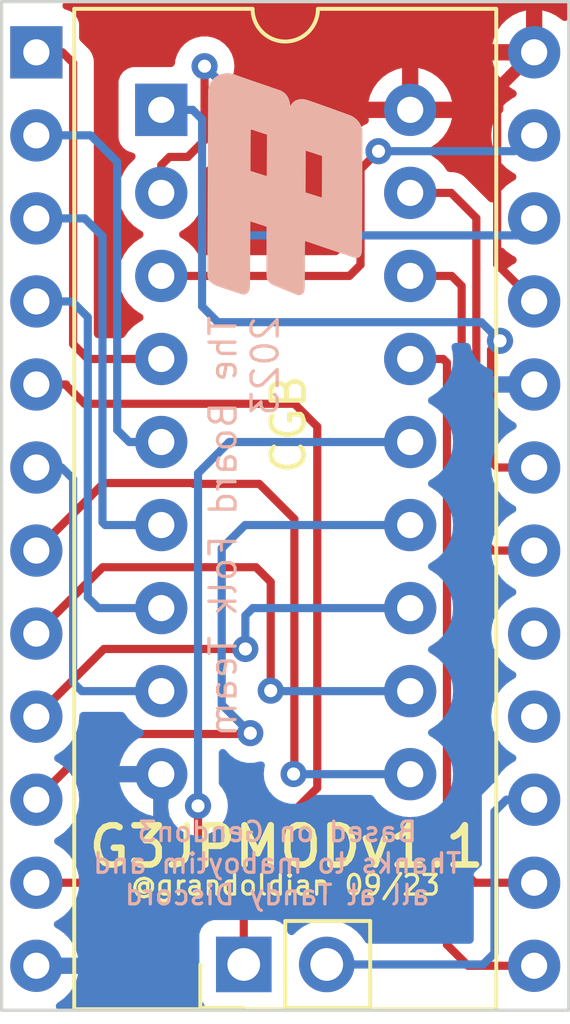
<source format=kicad_pcb>
(kicad_pcb (version 20221018) (generator pcbnew)
  (layers (0 "F.Cu" signal) (31 "B.Cu" signal) (34 "B.Paste" user) (35 "F.Paste" user) (36 "B.SilkS" user "B.Silkscreen") (37 "F.SilkS" user "F.Silkscreen") (38 "B.Mask" user) (39 "F.Mask" user) (44 "Edge.Cuts" user))
  (net 0 "")
  (net 1 "/I6")
  (net 2 "RS2")
  (net 3 "/I5")
  (net 4 "RS1")
  (net 5 "/I4")
  (net 6 "/O0")
  (net 7 "/I3")
  (net 8 "/O1")
  (net 9 "/I2")
  (net 10 "/O2")
  (net 11 "/I1")
  (net 12 "/O3")
  (net 13 "/I0")
  (net 14 "/O4")
  (net 15 "RS3")
  (net 16 "CSA")
  (net 17 "GND")
  (net 18 "+5V")
  (net 21 "Z12p11")
  (net 22 "Z10p14")
  (footprint "TRS80ICHARMAP:CHARPLUG" (layer "F.Cu") (at 111.8 58.485)
    (fp_text reference "J1" hide)
    (fp_text value "CGB" (at 3.9 9.62 90) (layer "F.SilkS"))
    (pad "1" thru_hole rect (at 0 0) (size 1.6 1.6) (drill 0.8) (layers "*.Cu" "*.Mask") (net 1 "/I6"))
    (pad "2" thru_hole oval (at 0 2.54) (size 1.6 1.6) (drill 0.8) (layers "*.Cu" "*.Mask") (net 3 "/I5"))
    (pad "3" thru_hole oval (at 0 5.08) (size 1.6 1.6) (drill 0.8) (layers "*.Cu" "*.Mask") (net 5 "/I4"))
    (pad "4" thru_hole oval (at 0 7.62) (size 1.6 1.6) (drill 0.8) (layers "*.Cu" "*.Mask") (net 7 "/I3"))
    (pad "5" thru_hole oval (at 0 10.16) (size 1.6 1.6) (drill 0.8) (layers "*.Cu" "*.Mask") (net 9 "/I2"))
    (pad "6" thru_hole oval (at 0 12.7) (size 1.6 1.6) (drill 0.8) (layers "*.Cu" "*.Mask") (net 11 "/I1"))
    (pad "7" thru_hole oval (at 0 15.24) (size 1.6 1.6) (drill 0.8) (layers "*.Cu" "*.Mask") (net 13 "/I0"))
    (pad "8" thru_hole oval (at 0 17.78) (size 1.6 1.6) (drill 0.8) (layers "*.Cu" "*.Mask") (net 15 "RS3"))
    (pad "9" thru_hole oval (at 0 20.32) (size 1.6 1.6) (drill 0.8) (layers "*.Cu" "*.Mask") (net 17 "GND"))
    (pad "10" thru_hole oval (at 7.62 20.32) (size 1.6 1.6) (drill 0.8) (layers "*.Cu" "*.Mask") (net 2 "RS2"))
    (pad "11" thru_hole oval (at 7.62 17.78) (size 1.6 1.6) (drill 0.8) (layers "*.Cu" "*.Mask") (net 4 "RS1"))
    (pad "12" thru_hole oval (at 7.62 15.24) (size 1.6 1.6) (drill 0.8) (layers "*.Cu" "*.Mask") (net 6 "/O0"))
    (pad "13" thru_hole oval (at 7.62 12.7) (size 1.6 1.6) (drill 0.8) (layers "*.Cu" "*.Mask") (net 8 "/O1"))
    (pad "14" thru_hole oval (at 7.62 10.16) (size 1.6 1.6) (drill 0.8) (layers "*.Cu" "*.Mask") (net 10 "/O2"))
    (pad "15" thru_hole oval (at 7.62 7.62) (size 1.6 1.6) (drill 0.8) (layers "*.Cu" "*.Mask") (net 12 "/O3"))
    (pad "16" thru_hole oval (at 7.62 5.08) (size 1.6 1.6) (drill 0.8) (layers "*.Cu" "*.Mask") (net 14 "/O4"))
    (pad "17" thru_hole oval (at 7.62 2.54) (size 1.6 1.6) (drill 0.8) (layers "*.Cu" "*.Mask") (net 16 "CSA"))
    (pad "18" thru_hole oval (at 7.62 0) (size 1.6 1.6) (drill 0.8) (layers "*.Cu" "*.Mask") (net 18 "+5V"))
  )
  (footprint "Connector_PinHeader_2.54mm:PinHeader_1x02_P2.54mm_Vertical" (layer "F.Cu") (at 114.325 84.625 90)
    (fp_text reference "J2" hide)
    (fp_text value "CONN" hide)
    (fp_line (start -1.33 -1.33) (end 0 -1.33) (stroke (width 0.12)) (layer "F.SilkS"))
    (fp_line (start -1.33 0) (end -1.33 -1.33) (stroke (width 0.12)) (layer "F.SilkS"))
    (fp_line (start -1.33 1.27) (end -1.33 3.87) (stroke (width 0.12)) (layer "F.SilkS"))
    (fp_line (start -1.33 1.27) (end 1.33 1.27) (stroke (width 0.12)) (layer "F.SilkS"))
    (fp_line (start -1.33 3.87) (end 1.33 3.87) (stroke (width 0.12)) (layer "F.SilkS"))
    (fp_line (start 1.33 1.27) (end 1.33 3.87) (stroke (width 0.12)) (layer "F.SilkS"))
    (pad "1" thru_hole rect (at 0 0 90) (size 1.7 1.7) (drill 1) (layers "*.Cu" "*.Mask") (net 21 "Z12p11"))
    (pad "2" thru_hole oval (at 0 2.54 90) (size 1.7 1.7) (drill 1) (layers "*.Cu" "*.Mask") (net 22 "Z10p14"))
  )
  (footprint "Package_DIP:DIP-24_W15.24mm" (layer "F.Cu") (at 107.975 56.725)
    (fp_text reference "U1" hide)
    (fp_text value "2332" hide)
    (fp_line (start 1.16 -1.33) (end 1.16 29.27) (stroke (width 0.12)) (layer "F.SilkS"))
    (fp_line (start 1.16 29.27) (end 14.08 29.27) (stroke (width 0.12)) (layer "F.SilkS"))
    (fp_line (start 6.62 -1.33) (end 1.16 -1.33) (stroke (width 0.12)) (layer "F.SilkS"))
    (fp_line (start 14.08 -1.33) (end 8.62 -1.33) (stroke (width 0.12)) (layer "F.SilkS"))
    (fp_line (start 14.08 29.27) (end 14.08 -1.33) (stroke (width 0.12)) (layer "F.SilkS"))
    (fp_arc (start 8.62 -1.33) (mid 7.62 -0.33) (end 6.62 -1.33) (stroke (width 0.12)) (layer "F.SilkS"))
    (pad "1" thru_hole rect (at 0 0) (size 1.6 1.6) (drill 0.8) (layers "*.Cu" "*.Mask") (net 7 "/I3"))
    (pad "2" thru_hole oval (at 0 2.54) (size 1.6 1.6) (drill 0.8) (layers "*.Cu" "*.Mask") (net 9 "/I2"))
    (pad "3" thru_hole oval (at 0 5.08) (size 1.6 1.6) (drill 0.8) (layers "*.Cu" "*.Mask") (net 11 "/I1"))
    (pad "4" thru_hole oval (at 0 7.62) (size 1.6 1.6) (drill 0.8) (layers "*.Cu" "*.Mask") (net 13 "/I0"))
    (pad "5" thru_hole oval (at 0 10.16) (size 1.6 1.6) (drill 0.8) (layers "*.Cu" "*.Mask") (net 21 "Z12p11"))
    (pad "6" thru_hole oval (at 0 12.7) (size 1.6 1.6) (drill 0.8) (layers "*.Cu" "*.Mask") (net 15 "RS3"))
    (pad "7" thru_hole oval (at 0 15.24) (size 1.6 1.6) (drill 0.8) (layers "*.Cu" "*.Mask") (net 2 "RS2"))
    (pad "8" thru_hole oval (at 0 17.78) (size 1.6 1.6) (drill 0.8) (layers "*.Cu" "*.Mask") (net 4 "RS1"))
    (pad "9" thru_hole oval (at 0 20.32) (size 1.6 1.6) (drill 0.8) (layers "*.Cu" "*.Mask") (net 6 "/O0"))
    (pad "10" thru_hole oval (at 0 22.86) (size 1.6 1.6) (drill 0.8) (layers "*.Cu" "*.Mask") (net 8 "/O1"))
    (pad "11" thru_hole oval (at 0 25.4) (size 1.6 1.6) (drill 0.8) (layers "*.Cu" "*.Mask") (net 10 "/O2"))
    (pad "12" thru_hole oval (at 0 27.94) (size 1.6 1.6) (drill 0.8) (layers "*.Cu" "*.Mask") (net 17 "GND"))
    (pad "13" thru_hole oval (at 15.24 27.94) (size 1.6 1.6) (drill 0.8) (layers "*.Cu" "*.Mask") (net 12 "/O3"))
    (pad "14" thru_hole oval (at 15.24 25.4) (size 1.6 1.6) (drill 0.8) (layers "*.Cu" "*.Mask") (net 14 "/O4"))
    (pad "15" thru_hole oval (at 15.24 22.86) (size 1.6 1.6) (drill 0.8) (layers "*.Cu" "*.Mask") (net 22 "Z10p14"))
    (pad "16" thru_hole oval (at 15.24 20.32) (size 1.6 1.6) (drill 0.8) (layers "*.Cu" "*.Mask"))
    (pad "17" thru_hole oval (at 15.24 17.78) (size 1.6 1.6) (drill 0.8) (layers "*.Cu" "*.Mask"))
    (pad "18" thru_hole oval (at 15.24 15.24) (size 1.6 1.6) (drill 0.8) (layers "*.Cu" "*.Mask") (net 16 "CSA"))
    (pad "19" thru_hole oval (at 15.24 12.7) (size 1.6 1.6) (drill 0.8) (layers "*.Cu" "*.Mask") (net 1 "/I6"))
    (pad "20" thru_hole oval (at 15.24 10.16) (size 1.6 1.6) (drill 0.8) (layers "*.Cu" "*.Mask") (net 17 "GND"))
    (pad "21" thru_hole oval (at 15.24 7.62) (size 1.6 1.6) (drill 0.8) (layers "*.Cu" "*.Mask") (net 18 "+5V"))
    (pad "22" thru_hole oval (at 15.24 5.08) (size 1.6 1.6) (drill 0.8) (layers "*.Cu" "*.Mask") (net 3 "/I5"))
    (pad "23" thru_hole oval (at 15.24 2.54) (size 1.6 1.6) (drill 0.8) (layers "*.Cu" "*.Mask") (net 5 "/I4"))
    (pad "24" thru_hole oval (at 15.24 0) (size 1.6 1.6) (drill 0.8) (layers "*.Cu" "*.Mask") (net 18 "+5V"))
  )
  (footprint "TRSG3Mod:BF8" (layer "B.Cu") (at 115.65 60.825 -90)
    (fp_text reference "G1" hide)
    (fp_text value "LOGO8" hide)
    (fp_poly (pts (xy 2.622071 2.438533) (xy 2.632556 2.438488) (xy 2.670253 2.438158) (xy 2.700788 2.437831) (xy 2.725118 2.437439) (xy 2.7442 2.436916) (xy 2.75899 2.436196) (xy 2.770446 2.435212) (xy 2.779523 2.433897) (xy 2.787179 2.432185) (xy 2.794371 2.43001) (xy 2.802054 2.427304) (xy 2.804124 2.426551) (xy 2.832889 2.415006) (xy 2.85695 2.402533) (xy 2.879114 2.387384) (xy 2.902193 2.367808) (xy 2.909804 2.360726) (xy 2.946891 2.323161) (xy 2.977253 2.286645) (xy 3.0019 2.249758) (xy 3.021842 2.211082) (xy 3.029789 2.192105) (xy 3.035856 2.17667) (xy 3.041463 2.162514) (xy 3.045058 2.15354) (xy 3.048672 2.144542) (xy 3.050656 2.139428) (xy 3.05069 2.139332) (xy 3.05275 2.134259) (xy 3.054073 2.131213) (xy 3.055783 2.126458) (xy 3.059877 2.114628) (xy 3.066146 2.096342) (xy 3.074379 2.07222) (xy 3.084365 2.04288) (xy 3.095894 2.00894) (xy 3.108756 1.97102) (xy 3.12274 1.929737) (xy 3.137636 1.885712) (xy 3.152074 1.842992) (xy 3.168488 1.794422) (xy 3.184829 1.7461) (xy 3.200804 1.698889) (xy 3.216121 1.653654) (xy 3.230487 1.611258) (xy 3.243608 1.572566) (xy 3.255193 1.538441) (xy 3.264948 1.509749) (xy 3.272581 1.487351) (xy 3.276104 1.477048) (xy 3.289798 1.435563) (xy 3.300115 1.400309) (xy 3.307136 1.370173) (xy 3.310948 1.344042) (xy 3.311632 1.320805) (xy 3.309273 1.299348) (xy 3.303955 1.278558) (xy 3.295761 1.257323) (xy 3.293083 1.251405) (xy 3.281205 1.232309) (xy 3.263485 1.212122) (xy 3.24172 1.192503) (xy 3.217708 1.175112) (xy 3.198578 1.164161) (xy 3.188396 1.159036) (xy 3.179282 1.154562) (xy 3.170632 1.150687) (xy 3.161845 1.147362) (xy 3.152316 1.144537) (xy 3.141444 1.142162) (xy 3.128627 1.140185) (xy 3.11326 1.138558) (xy 3.094743 1.137231) (xy 3.072472 1.136152) (xy 3.045844 1.135272) (xy 3.014257 1.134541) (xy 2.977109 1.133909) (xy 2.933797 1.133325) (xy 2.883717 1.13274) (xy 2.826268 1.132102) (xy 2.811172 1.131935) (xy 2.772576 1.131538) (xy 2.726541 1.131123) (xy 2.673746 1.130694) (xy 2.61487 1.130256) (xy 2.550594 1.129811) (xy 2.481597 1.129364) (xy 2.408559 1.128919) (xy 2.332158 1.128479) (xy 2.253074 1.12805) (xy 2.171988 1.127633) (xy 2.089578 1.127235) (xy 2.006524 1.126858) (xy 1.923505 1.126506) (xy 1.841202 1.126184) (xy 1.785063 1.12598) (xy 1.689392 1.125631) (xy 1.601609 1.12528) (xy 1.521481 1.124925) (xy 1.448776 1.124563) (xy 1.383264 1.124193) (xy 1.324712 1.123811) (xy 1.272889 1.123417) (xy 1.227562 1.123006) (xy 1.188501 1.122578) (xy 1.155474 1.12213) (xy 1.128248 1.121659) (xy 1.106592 1.121163) (xy 1.090275 1.12064) (xy 1.079064 1.120088) (xy 1.072729 1.119504) (xy 1.071029 1.118894) (xy 1.072892 1.114327) (xy 1.077056 1.102711) (xy 1.083296 1.084714) (xy 1.091386 1.061002) (xy 1.101101 1.032242) (xy 1.112217 0.999102) (xy 1.124508 0.962248) (xy 1.137749 0.922348) (xy 1.151715 0.880068) (xy 1.154635 0.871203) (xy 1.234685 0.628085) (xy 2.00872 0.629665) (xy 2.101898 0.629854) (xy 2.187308 0.63002) (xy 2.265301 0.630163) (xy 2.336228 0.630278) (xy 2.400442 0.630363) (xy 2.458292 0.630416) (xy 2.510129 0.630434) (xy 2.556306 0.630413) (xy 2.597173 0.630352) (xy 2.63308 0.630248) (xy 2.66438 0.630097) (xy 2.691424 0.629898) (xy 2.714561 0.629648) (xy 2.734145 0.629343) (xy 2.750525 0.628981) (xy 2.764053 0.628559) (xy 2.775079 0.628076) (xy 2.783956 0.627527) (xy 2.791034 0.62691) (xy 2.796664 0.626223) (xy 2.801198 0.625463) (xy 2.804986 0.624627) (xy 2.80838 0.623712) (xy 2.809142 0.62349) (xy 2.845994 0.609974) (xy 2.880701 0.591381) (xy 2.91486 0.566741) (xy 2.942474 0.542393) (xy 2.960498 0.522854) (xy 2.978546 0.498157) (xy 2.99692 0.467755) (xy 3.015919 0.431104) (xy 3.035846 0.387659) (xy 3.057 0.336873) (xy 3.060207 0.328816) (xy 3.069873 0.304597) (xy 3.079294 0.28134) (xy 3.087764 0.260755) (xy 3.094583 0.244554) (xy 3.098581 0.235448) (xy 3.104472 0.22208) (xy 3.112152 0.203914) (xy 3.120464 0.183718) (xy 3.125781 0.170497) (xy 3.132965 0.152906) (xy 3.139446 0.137879) (xy 3.144443 0.127174) (xy 3.146935 0.122799) (xy 3.149256 0.118459) (xy 3.14851 0.117724) (xy 3.148429 0.114843) (xy 3.151675 0.10859) (xy 3.154648 0.102517) (xy 3.160245 0.089748) (xy 3.168122 0.071145) (xy 3.177931 0.047569) (xy 3.189328 0.019881) (xy 3.201966 -0.011059) (xy 3.215499 -0.044389) (xy 3.229582 -0.079248) (xy 3.243869 -0.114776) (xy 3.258013 -0.150112) (xy 3.27167 -0.184394) (xy 3.284493 -0.216762) (xy 3.296136 -0.246354) (xy 3.306253 -0.272311) (xy 3.314499 -0.293771) (xy 3.320528 -0.309872) (xy 3.323994 -0.319755) (xy 3.324616 -0.321903) (xy 3.32825 -0.346646) (xy 3.328882 -0.373926) (xy 3.326665 -0.400721) (xy 3.321751 -0.424008) (xy 3.319088 -0.431605) (xy 3.302792 -0.461006) (xy 3.279662 -0.48653) (xy 3.250185 -0.507807) (xy 3.214849 -0.524466) (xy 3.184641 -0.533744) (xy 3.174687 -0.535464) (xy 3.15918 -0.537059) (xy 3.137945 -0.53853) (xy 3.11081 -0.539881) (xy 3.0776 -0.541114) (xy 3.038141 -0.542233) (xy 2.99226 -0.543238) (xy 2.939783 -0.544134) (xy 2.880536 -0.544924) (xy 2.814346 -0.545609) (xy 2.741038 -0.546192) (xy 2.660439 -0.546676) (xy 2.572374 -0.547065) (xy 2.476671 -0.54736) (xy 2.373156 -0.547564) (xy 2.289172 -0.54766) (xy 2.227732 -0.547735) (xy 2.16721 -0.547855) (xy 2.108267 -0.548016) (xy 2.051562 -0.548216) (xy 1.997757 -0.548449) (xy 1.947512 -0.548713) (xy 1.901487 -0.549004) (xy 1.860344 -0.549317) (xy 1.824743 -0.549649) (xy 1.795344 -0.549996) (xy 1.772808 -0.550355) (xy 1.758927 -0.550685) (xy 1.673553 -0.553344) (xy 1.725785 -0.710018) (xy 1.737197 -0.744203) (xy 1.747881 -0.776112) (xy 1.757549 -0.804894) (xy 1.765913 -0.829697) (xy 1.772687 -0.849671) (xy 1.777583 -0.863964) (xy 1.780314 -0.871726) (xy 1.780723 -0.872782) (xy 1.78362 -0.879921) (xy 1.784287 -0.881916) (xy 1.78616 -0.88699) (xy 1.788016 -0.892412) (xy 1.788189 -0.89308) (xy 1.790074 -0.899812) (xy 1.790192 -0.900184) (xy 1.7907 -0.906273) (xy 1.793348 -0.909168) (xy 1.794713 -0.909317) (xy 1.797427 -0.91227) (xy 1.79687 -0.915407) (xy 1.796989 -0.920623) (xy 1.7989 -0.921496) (xy 1.80156 -0.924432) (xy 1.80103 -0.927323) (xy 1.800765 -0.93314) (xy 1.802013 -0.934427) (xy 1.803835 -0.938401) (xy 1.807984 -0.949419) (xy 1.814231 -0.96682) (xy 1.822347 -0.989941) (xy 1.832103 -1.018122) (xy 1.84327 -1.050699) (xy 1.855619 -1.087012) (xy 1.868921 -1.126399) (xy 1.882948 -1.168197) (xy 1.884615 -1.173182) (xy 1.908481 -1.244561) (xy 1.931779 -1.314204) (xy 1.954371 -1.381705) (xy 1.976123 -1.446657) (xy 1.996896 -1.508656) (xy 2.016556 -1.567295) (xy 2.034965 -1.622168) (xy 2.051987 -1.672868) (xy 2.067487 -1.71899) (xy 2.081326 -1.760128) (xy 2.09337 -1.795876) (xy 2.103481 -1.825827) (xy 2.111524 -1.849576) (xy 2.117362 -1.866716) (xy 2.120858 -1.876842) (xy 2.121835 -1.879527) (xy 2.124512 -1.886031) (xy 2.125124 -1.887646) (xy 2.127036 -1.892795) (xy 2.128173 -1.895765) (xy 2.130828 -1.903158) (xy 2.134791 -1.914714) (xy 2.136605 -1.920121) (xy 2.141072 -1.933236) (xy 2.147039 -1.950376) (xy 2.153249 -1.96793) (xy 2.153514 -1.968673) (xy 2.167467 -2.013692) (xy 2.177703 -2.059472) (xy 2.183713 -2.103393) (xy 2.185134 -2.131708) (xy 2.185086 -2.151779) (xy 2.184334 -2.166106) (xy 2.182489 -2.177061) (xy 2.179157 -2.187012) (xy 2.174219 -2.197778) (xy 2.166432 -2.212301) (xy 2.158156 -2.225625) (xy 2.153125 -2.232453) (xy 2.138048 -2.245868) (xy 2.116187 -2.258928) (xy 2.088869 -2.270937) (xy 2.063701 -2.279401) (xy 2.054787 -2.281981) (xy 2.046528 -2.284126) (xy 2.038056 -2.285895) (xy 2.028505 -2.287347) (xy 2.017008 -2.28854) (xy 2.002698 -2.289533) (xy 1.984709 -2.290384) (xy 1.962173 -2.291153) (xy 1.934225 -2.291898) (xy 1.899996 -2.292678) (xy 1.858621 -2.293551) (xy 1.853141 -2.293665) (xy 1.834993 -2.293969) (xy 1.809089 -2.294294) (xy 1.775794 -2.294638) (xy 1.735469 -2.294998) (xy 1.688479 -2.295373) (xy 1.635187 -2.29576) (xy 1.575956 -2.296159) (xy 1.511149 -2.296566) (xy 1.44113 -2.29698) (xy 1.366262 -2.297399) (xy 1.286908 -2.29782) (xy 1.203432 -2.298243) (xy 1.116197 -2.298665) (xy 1.025566 -2.299083) (xy 0.931903 -2.299497) (xy 0.835571 -2.299904) (xy 0.736933 -2.300302) (xy 0.636353 -2.300689) (xy 0.534193 -2.301063) (xy 0.430818 -2.301423) (xy 0.393767 -2.301547) (xy 0.287153 -2.301902) (xy 0.18021 -2.302262) (xy 0.073382 -2.302624) (xy -0.032884 -2.302986) (xy -0.138143 -2.303348) (xy -0.241947 -2.303708) (xy -0.343851 -2.304064) (xy -0.44341 -2.304414) (xy -0.540176 -2.304758) (xy -0.633705 -2.305092) (xy -0.723549 -2.305417) (xy -0.809264 -2.305729) (xy -0.890402 -2.306028) (xy -0.966519 -2.306312) (xy -1.037167 -2.306579) (xy -1.101901 -2.306828) (xy -1.160275 -2.307057) (xy -1.211843 -2.307264) (xy -1.256158 -2.307448) (xy -1.290906 -2.307599) (xy -1.350377 -2.307827) (xy -1.407391 -2.30797) (xy -1.461393 -2.30803) (xy -1.51183 -2.308011) (xy -1.558145 -2.307914) (xy -1.599786 -2.307742) (xy -1.636196 -2.307497) (xy -1.666822 -2.307181) (xy -1.691109 -2.306798) (xy -1.708502 -2.30635) (xy -1.718447 -2.305838) (xy -1.719531 -2.305724) (xy -1.765838 -2.296833) (xy -1.814567 -2.28208) (xy -1.863657 -2.262372) (xy -1.911048 -2.238618) (xy -1.954677 -2.211722) (xy -1.985073 -2.188897) (xy -2.02736 -2.151216) (xy -2.06473 -2.111787) (xy -2.099618 -2.06795) (xy -2.112653 -2.049697) (xy -2.125746 -2.030412) (xy -2.137194 -2.012326) (xy -2.147543 -1.994262) (xy -2.157339 -1.975047) (xy -2.167129 -1.953503) (xy -2.177459 -1.928456) (xy -2.188875 -1.89873) (xy -2.201923 -1.863149) (xy -2.21061 -1.838932) (xy -2.222852 -1.804603) (xy -2.236639 -1.765929) (xy -2.250966 -1.725727) (xy -2.26483 -1.686814) (xy -2.277227 -1.652008) (xy -2.28005 -1.644079) (xy -2.28947 -1.617626) (xy -2.298035 -1.593579) (xy -2.305355 -1.573036) (xy -2.311037 -1.557098) (xy -2.314689 -1.546864) (xy -2.315871 -1.543564) (xy -2.317229 -1.538238) (xy -2.317151 -1.537475) (xy -2.318461 -1.533662) (xy -2.322192 -1.526354) (xy -2.326431 -1.518338) (xy -2.328303 -1.514176) (xy -2.330157 -1.509098) (xy -2.331427 -1.506057) (xy -2.332 -1.504643) (xy -2.33297 -1.502092) (xy -2.334465 -1.498041) (xy -2.336617 -1.492126) (xy -2.339552 -1.483984) (xy -2.343402 -1.473253) (xy -2.348295 -1.459569) (xy -2.35436 -1.442569) (xy -2.361726 -1.42189) (xy -2.370524 -1.397169) (xy -2.380881 -1.368043) (xy -2.392927 -1.334148) (xy -2.406792 -1.295122) (xy -2.422604 -1.250602) (xy -2.440494 -1.200223) (xy -2.460589 -1.143624) (xy -2.483019 -1.080441) (xy -2.507915 -1.010311) (xy -2.533677 -0.937734) (xy -2.550112 -0.891282) (xy -2.566017 -0.846043) (xy -2.581135 -0.802759) (xy -2.595213 -0.762174) (xy -2.607995 -0.725029) (xy -2.619227 -0.692068) (xy -2.628654 -0.664033) (xy -2.63602 -0.641667) (xy -2.641072 -0.625712) (xy -2.643012 -0.619067) (xy -2.650302 -0.591083) (xy -2.654294 -0.574451) (xy -1.08707 -0.574451) (xy -1.086364 -0.578559) (xy -1.08342 -0.589393) (xy -1.078551 -0.605968) (xy -1.072072 -0.627304) (xy -1.064296 -0.652417) (xy -1.055539 -0.680326) (xy -1.046114 -0.710048) (xy -1.036336 -0.740601) (xy -1.02652 -0.771003) (xy -1.016979 -0.800271) (xy -1.008028 -0.827424) (xy -0.999981 -0.851478) (xy -0.993152 -0.871451) (xy -0.987857 -0.886362) (xy -0.98446 -0.895109) (xy -0.98167 -0.902607) (xy -0.976947 -0.916491) (xy -0.970743 -0.935388) (xy -0.963506 -0.957924) (xy -0.955687 -0.982723) (xy -0.953892 -0.988477) (xy -0.928626 -1.069666) (xy -0.432852 -1.068437) (xy -0.366934 -1.068253) (xy -0.301213 -1.068028) (xy -0.23638 -1.067767) (xy -0.173128 -1.067475) (xy -0.112151 -1.067156) (xy -0.054142 -1.066815) (xy 0.000208 -1.066455) (xy 0.050204 -1.066082) (xy 0.095154 -1.0657) (xy 0.134366 -1.065313) (xy 0.167145 -1.064925) (xy 0.1928 -1.064542) (xy 0.20156 -1.064378) (xy 0.340198 -1.061547) (xy 0.262567 -0.814972) (xy 0.184937 -0.568398) (xy -0.450483 -0.570954) (xy -0.521654 -0.571246) (xy -0.5906 -0.571541) (xy -0.656885 -0.571835) (xy -0.720073 -0.572127) (xy -0.77973 -0.572415) (xy -0.835419 -0.572695) (xy -0.886705 -0.572965) (xy -0.933153 -0.573224) (xy -0.974328 -0.573468) (xy -1.009793 -0.573695) (xy -1.039114 -0.573904) (xy -1.061854 -0.57409) (xy -1.07758 -0.574253) (xy -1.085854 -0.57439) (xy -1.08707 -0.574451) (xy -2.654294 -0.574451) (xy -2.656415 -0.565615) (xy -2.661125 -0.543769) (xy -2.664205 -0.526656) (xy -2.665428 -0.515384) (xy -2.664969 -0.511391) (xy -2.665706 -0.506526) (xy -2.666995 -0.505443) (xy -2.668743 -0.500427) (xy -2.670084 -0.488648) (xy -2.670908 -0.471453) (xy -2.67112 -0.454984) (xy -2.669204 -0.413017) (xy -2.663732 -0.371831) (xy -2.655114 -0.333678) (xy -2.643764 -0.300813) (xy -2.64234 -0.297558) (xy -2.636451 -0.283667) (xy -2.632218 -0.272222) (xy -2.630528 -0.265631) (xy -2.630526 -0.265516) (xy -2.628208 -0.260361) (xy -2.626466 -0.259805) (xy -2.622817 -0.256538) (xy -2.622407 -0.254006) (xy -2.619795 -0.246196) (xy -2.617312 -0.242842) (xy -2.612544 -0.236897) (xy -2.604922 -0.226443) (xy -2.596086 -0.213734) (xy -2.596 -0.213608) (xy -2.576831 -0.189852) (xy -2.55188 -0.165636) (xy -2.52319 -0.142671) (xy -2.492803 -0.122665) (xy -2.476888 -0.113937) (xy -2.466998 -0.108527) (xy -2.461278 -0.104629) (xy -2.460653 -0.103568) (xy -2.464933 -0.102478) (xy -2.47586 -0.100369) (xy -2.492062 -0.09749) (xy -2.512164 -0.094085) (xy -2.527013 -0.091652) (xy -2.55107 -0.087499) (xy -2.57416 -0.083045) (xy -2.594259 -0.078713) (xy -2.609341 -0.074926) (xy -2.614288 -0.073397) (xy -2.631951 -0.06746) (xy -2.651086 -0.061306) (xy -2.658942 -0.058877) (xy -2.689338 -0.047268) (xy -2.722672 -0.030424) (xy -2.757 -0.009596) (xy -2.790374 0.013967) (xy -2.820847 0.039014) (xy -2.840089 0.057462) (xy -2.857824 0.077597) (xy -2.876732 0.102025) (xy -2.895228 0.128444) (xy -2.91173 0.154552) (xy -2.924654 0.178048) (xy -2.928147 0.18547) (xy -2.9321 0.195341) (xy -2.938204 0.211809) (xy -2.946068 0.233761) (xy -2.9553 0.260085) (xy -2.965509 0.289668) (xy -2.976304 0.321397) (xy -2.983832 0.343789) (xy -2.99433 0.375162) (xy -3.004033 0.404135) (xy -3.012635 0.429798) (xy -3.019829 0.451238) (xy -3.02531 0.467541) (xy -3.02877 0.477797) (xy -3.029883 0.481045) (xy -3.031512 0.488194) (xy -3.031548 0.48871) (xy -3.034672 0.494013) (xy -3.035761 0.494815) (xy -3.037647 0.498961) (xy -3.041906 0.510234) (xy -3.048337 0.528059) (xy -3.056744 0.551862) (xy -3.066925 0.581068) (xy -3.078684 0.615102) (xy -3.091821 0.65339) (xy -3.106136 0.695358) (xy -3.121432 0.740431) (xy -3.137509 0.788035) (xy -3.146225 0.813936) (xy -3.163323 0.864744) (xy -3.180229 0.914864) (xy -3.196686 0.963541) (xy -3.212436 1.010016) (xy -3.227222 1.053534) (xy -3.240786 1.093336) (xy -3.245304 1.106547) (xy -1.741792 1.106547) (xy -1.738108 1.100559) (xy -1.73768 1.09914) (xy -1.737618 1.098524) (xy -1.737561 1.097991) (xy -1.737309 1.09692) (xy -1.736661 1.094693) (xy -1.735418 1.090688) (xy -1.733379 1.084287) (xy -1.730345 1.074869) (xy -1.726115 1.061815) (xy -1.72049 1.044504) (xy -1.713268 1.022317) (xy -1.70425 0.994634) (xy -1.693236 0.960836) (xy -1.680026 0.920302) (xy -1.671155 0.89308) (xy -1.658272 0.853536) (xy -1.645717 0.814979) (xy -1.633802 0.77837) (xy -1.622841 0.744668) (xy -1.613144 0.714835) (xy -1.605025 0.68983) (xy -1.598795 0.670614) (xy -1.594766 0.658146) (xy -1.594737 0.658054) (xy -1.581157 0.615852) (xy -0.949912 0.618819) (xy -0.878979 0.619159) (xy -0.810273 0.619503) (xy -0.744231 0.619847) (xy -0.681291 0.620188) (xy -0.621888 0.620525) (xy -0.566459 0.620853) (xy -0.515442 0.62117) (xy -0.469274 0.621474) (xy -0.428391 0.621761) (xy -0.39323 0.622028) (xy -0.364228 0.622273) (xy -0.341822 0.622494) (xy -0.326449 0.622686) (xy -0.318545 0.622847) (xy -0.317532 0.622914) (xy -0.318446 0.626906) (xy -0.32156 0.637725) (xy -0.326598 0.654466) (xy -0.333281 0.676224) (xy -0.341333 0.702094) (xy -0.350476 0.731172) (xy -0.357548 0.753487) (xy -0.369757 0.791913) (xy -0.383289 0.834531) (xy -0.397387 0.878961) (xy -0.411296 0.922821) (xy -0.424262 0.963731) (xy -0.435528 0.99931) (xy -0.435633 0.99964) (xy -0.472568 1.11635) (xy -0.728493 1.116347) (xy -0.803348 1.116308) (xy -0.878271 1.116196) (xy -0.952828 1.116014) (xy -1.026581 1.115767) (xy -1.099095 1.115458) (xy -1.169933 1.115093) (xy -1.238659 1.114676) (xy -1.304836 1.11421) (xy -1.36803 1.1137) (xy -1.427803 1.11315) (xy -1.483719 1.112564) (xy -1.535342 1.111947) (xy -1.582236 1.111303) (xy -1.623966 1.110635) (xy -1.660093 1.109949) (xy -1.690183 1.109248) (xy -1.7138 1.108537) (xy -1.730506 1.10782) (xy -1.739866 1.107101) (xy -1.741792 1.106547) (xy -3.245304 1.106547) (xy -3.252869 1.128667) (xy -3.263216 1.15877) (xy -3.271567 1.182887) (xy -3.277666 1.200262) (xy -3.278867 1.203628) (xy -3.287788 1.228648) (xy -3.298592 1.259211) (xy -3.310532 1.293183) (xy -3.322857 1.328427) (xy -3.334818 1.362809) (xy -3.341491 1.382086) (xy -3.351215 1.409979) (xy -3.360277 1.435483) (xy -3.36829 1.457548) (xy -3.374867 1.475126) (xy -3.379624 1.487167) (xy -3.382172 1.492624) (xy -3.382235 1.492706) (xy -3.384493 1.497126) (xy -3.383554 1.497938) (xy -3.383189 1.500436) (xy -3.385584 1.504028) (xy -3.388418 1.508937) (xy -3.387614 1.510117) (xy -3.386919 1.51262) (xy -3.38846 1.515191) (xy -3.391401 1.521231) (xy -3.396241 1.533597) (xy -3.402493 1.550853) (xy -3.409672 1.571564) (xy -3.417294 1.594295) (xy -3.42487 1.617611) (xy -3.431917 1.640077) (xy -3.437948 1.660257) (xy -3.439999 1.667482) (xy -3.445518 1.690768) (xy -3.450837 1.719354) (xy -3.455585 1.750554) (xy -3.459388 1.78168) (xy -3.461874 1.810046) (xy -3.462677 1.830982) (xy -3.461874 1.849941) (xy -3.459631 1.87443) (xy -3.456275 1.902057) (xy -3.45213 1.930427) (xy -3.447522 1.957147) (xy -3.442778 1.979822) (xy -3.441996 1.983043) (xy -3.425622 2.035968) (xy -3.402939 2.089931) (xy -3.375033 2.142619) (xy -3.346334 2.187057) (xy -3.30778 2.234548) (xy -3.262871 2.277817) (xy -3.212502 2.316297) (xy -3.157569 2.349416) (xy -3.098968 2.376607) (xy -3.037593 2.397299) (xy -3.002043 2.405899) (xy -2.953252 2.416037) (xy -0.231389 2.427865) (xy -0.081978 2.428512) (xy 0.065812 2.429146) (xy 0.211755 2.429767) (xy 0.355628 2.430374) (xy 0.497205 2.430966) (xy 0.636262 2.431542) (xy 0.772573 2.432102) (xy 0.905916 2.432644) (xy 1.036063 2.433168) (xy 1.162791 2.433673) (xy 1.285876 2.434158) (xy 1.405091 2.434622) (xy 1.520214 2.435065) (xy 1.631017 2.435485) (xy 1.737279 2.435882) (xy 1.838772 2.436255) (xy 1.935273 2.436603) (xy 2.026557 2.436925) (xy 2.112399 2.437221) (xy 2.192574 2.437489) (xy 2.266858 2.437729) (xy 2.335025 2.43794) (xy 2.396852 2.438122) (xy 2.452114 2.438272) (xy 2.500585 2.438391) (xy 2.542041 2.438477) (xy 2.576257 2.43853) (xy 2.603009 2.438549)) (fill solid) (layer "B.SilkS"))
  )
  (gr_rect (start 106.9125 55.175) (end 124.275 86.025) (stroke (width 0.1)) (fill none) (layer "Edge.Cuts"))
  (gr_text "Based on Gendon3\nThanks to maboytim and\nall at Tandy Discord" (at 115.35 82.85) (layer "B.SilkS") (effects (font (size 0.6 0.6) (thickness 0.1)) (justify bottom mirror)))
  (gr_text "The Board Folk Team\n2023" (at 115.45 64.725 90) (layer "B.SilkS") (effects (font (size 0.8 0.8) (thickness 0.1)) (justify left bottom mirror)))
  (gr_text "G3JPMODv1.1" (at 109.475 81.725) (layer "F.SilkS") (effects (font (size 1.2 1.2) (thickness 0.2) bold) (justify left bottom)))
  (gr_text "@grandoldian 09/23" (at 115.6 82.55) (layer "F.SilkS") (effects (font (size 0.6 0.6) (thickness 0.1)) (justify bottom)))
  (segment (start 121.895 69.23637) (end 121.895 65.8245) (width 0.25) (layer "F.Cu") (net 1))
  (segment (start 121.895 65.8245) (end 122.1695 65.55) (width 0.25) (layer "F.Cu") (net 1))
  (segment (start 122.08363 69.425) (end 121.895 69.23637) (width 0.25) (layer "F.Cu") (net 1))
  (segment (start 123.215 69.425) (end 122.08363 69.425) (width 0.25) (layer "F.Cu") (net 1))
  (via (at 122.1695 65.55) (size 0.8) (drill 0.4) (layers "F.Cu" "B.Cu") (net 1))
  (segment (start 121.5995 64.98) (end 113.53 64.98) (width 0.25) (layer "B.Cu") (net 1))
  (segment (start 122.1695 65.55) (end 121.5995 64.98) (width 0.25) (layer "B.Cu") (net 1))
  (segment (start 112.76 58.485) (end 111.8 58.485) (width 0.25) (layer "B.Cu") (net 1))
  (segment (start 113.05 64.5) (end 113.05 58.775) (width 0.25) (layer "B.Cu") (net 1))
  (segment (start 113.53 64.98) (end 113.05 64.5) (width 0.25) (layer "B.Cu") (net 1))
  (segment (start 113.05 58.775) (end 112.76 58.485) (width 0.25) (layer "B.Cu") (net 1))
  (segment (start 112.761396 69.9) (end 112.786396 69.925) (width 0.25) (layer "F.Cu") (net 2))
  (segment (start 112.786396 69.925) (end 114.8 69.925) (width 0.25) (layer "F.Cu") (net 2))
  (segment (start 115.875 78.775) (end 115.85 78.8) (width 0.25) (layer "F.Cu") (net 2))
  (segment (start 110.04 69.9) (end 112.761396 69.9) (width 0.25) (layer "F.Cu") (net 2))
  (segment (start 114.8 69.925) (end 115.875 71) (width 0.25) (layer "F.Cu") (net 2))
  (segment (start 115.875 71) (end 115.875 78.775) (width 0.25) (layer "F.Cu") (net 2))
  (segment (start 107.975 71.965) (end 110.04 69.9) (width 0.25) (layer "F.Cu") (net 2))
  (via (at 115.85 78.8) (size 0.8) (drill 0.4) (layers "F.Cu" "B.Cu") (net 2))
  (segment (start 115.85 78.8) (end 115.855 78.805) (width 0.25) (layer "B.Cu") (net 2))
  (segment (start 115.855 78.805) (end 119.42 78.805) (width 0.25) (layer "B.Cu") (net 2))
  (segment (start 113.125 57.15) (end 113.125 59.41) (width 0.25) (layer "F.Cu") (net 3))
  (segment (start 112.05 59.925) (end 111.8 60.175) (width 0.25) (layer "F.Cu") (net 3))
  (segment (start 113.125 59.41) (end 112.61 59.925) (width 0.25) (layer "F.Cu") (net 3))
  (segment (start 112.61 59.925) (end 112.05 59.925) (width 0.25) (layer "F.Cu") (net 3))
  (segment (start 111.8 60.175) (end 111.8 61.025) (width 0.25) (layer "F.Cu") (net 3))
  (via (at 113.125 57.15) (size 0.8) (drill 0.4) (layers "F.Cu" "B.Cu") (net 3))
  (segment (start 113.5 57.525) (end 113.5 62.025) (width 0.25) (layer "B.Cu") (net 3))
  (segment (start 113.8 62.325) (end 122.695 62.325) (width 0.25) (layer "B.Cu") (net 3))
  (segment (start 113.125 57.15) (end 113.5 57.525) (width 0.25) (layer "B.Cu") (net 3))
  (segment (start 113.5 62.025) (end 113.8 62.325) (width 0.25) (layer "B.Cu") (net 3))
  (segment (start 122.695 62.325) (end 123.215 61.805) (width 0.25) (layer "B.Cu") (net 3))
  (segment (start 115.15 72.925) (end 115.15 76.25) (width 0.25) (layer "F.Cu") (net 4))
  (segment (start 107.975 74.505) (end 110.005 72.475) (width 0.25) (layer "F.Cu") (net 4))
  (segment (start 114.7 72.475) (end 115.15 72.925) (width 0.25) (layer "F.Cu") (net 4))
  (segment (start 110.005 72.475) (end 114.7 72.475) (width 0.25) (layer "F.Cu") (net 4))
  (via (at 115.15 76.25) (size 0.8) (drill 0.4) (layers "F.Cu" "B.Cu") (net 4))
  (segment (start 115.165 76.265) (end 119.42 76.265) (width 0.25) (layer "B.Cu") (net 4))
  (segment (start 115.15 76.25) (end 115.165 76.265) (width 0.25) (layer "B.Cu") (net 4))
  (segment (start 117.56 63.565) (end 111.8 63.565) (width 0.25) (layer "F.Cu") (net 5))
  (segment (start 118.45 59.75) (end 117.9 60.3) (width 0.25) (layer "F.Cu") (net 5))
  (segment (start 117.9 63.225) (end 117.56 63.565) (width 0.25) (layer "F.Cu") (net 5))
  (segment (start 117.9 60.3) (end 117.9 63.225) (width 0.25) (layer "F.Cu") (net 5))
  (via (at 118.45 59.75) (size 0.8) (drill 0.4) (layers "F.Cu" "B.Cu") (net 5))
  (segment (start 123.215 59.265) (end 123.085 59.265) (width 0.25) (layer "B.Cu") (net 5))
  (segment (start 123.085 59.265) (end 122.6 59.75) (width 0.25) (layer "B.Cu") (net 5))
  (segment (start 122.6 59.75) (end 118.45 59.75) (width 0.25) (layer "B.Cu") (net 5))
  (segment (start 107.975 77.045) (end 110.045 74.975) (width 0.25) (layer "F.Cu") (net 6))
  (segment (start 110.045 74.975) (end 114.374 74.975) (width 0.25) (layer "F.Cu") (net 6))
  (via (at 114.374 74.975) (size 0.8) (drill 0.4) (layers "F.Cu" "B.Cu") (net 6))
  (segment (start 114.6 73.725) (end 119.42 73.725) (width 0.25) (layer "B.Cu") (net 6))
  (segment (start 114.374 73.951) (end 114.6 73.725) (width 0.25) (layer "B.Cu") (net 6))
  (segment (start 114.374 74.975) (end 114.374 73.951) (width 0.25) (layer "B.Cu") (net 6))
  (segment (start 109.1 57.05) (end 108.775 56.725) (width 0.25) (layer "F.Cu") (net 7))
  (segment (start 108.775 56.725) (end 107.975 56.725) (width 0.25) (layer "F.Cu") (net 7))
  (segment (start 109.1 65.65) (end 109.1 57.05) (width 0.25) (layer "F.Cu") (net 7))
  (segment (start 111.8 66.105) (end 109.555 66.105) (width 0.25) (layer "F.Cu") (net 7))
  (segment (start 109.555 66.105) (end 109.1 65.65) (width 0.25) (layer "F.Cu") (net 7))
  (segment (start 114.525 77.55) (end 114.5 77.575) (width 0.25) (layer "F.Cu") (net 8))
  (segment (start 114.5 77.575) (end 109.975 77.575) (width 0.25) (layer "F.Cu") (net 8))
  (segment (start 109.975 77.575) (end 107.975 79.575) (width 0.25) (layer "F.Cu") (net 8))
  (segment (start 107.975 79.575) (end 107.975 79.585) (width 0.25) (layer "F.Cu") (net 8))
  (via (at 114.525 77.55) (size 0.8) (drill 0.4) (layers "F.Cu" "B.Cu") (net 8))
  (segment (start 113.6495 76.6745) (end 113.6495 71.9005) (width 0.25) (layer "B.Cu") (net 8))
  (segment (start 114.525 77.55) (end 113.6495 76.6745) (width 0.25) (layer "B.Cu") (net 8))
  (segment (start 114.365 71.185) (end 119.42 71.185) (width 0.25) (layer "B.Cu") (net 8))
  (segment (start 113.6495 71.9005) (end 114.365 71.185) (width 0.25) (layer "B.Cu") (net 8))
  (segment (start 110.45 68.275) (end 110.82 68.645) (width 0.25) (layer "B.Cu") (net 9))
  (segment (start 110.82 68.645) (end 111.8 68.645) (width 0.25) (layer "B.Cu") (net 9))
  (segment (start 109.64 59.265) (end 110.45 60.075) (width 0.25) (layer "B.Cu") (net 9))
  (segment (start 110.45 60.075) (end 110.45 68.275) (width 0.25) (layer "B.Cu") (net 9))
  (segment (start 107.975 59.265) (end 109.64 59.265) (width 0.25) (layer "B.Cu") (net 9))
  (segment (start 112.925 81.8) (end 112.6 82.125) (width 0.25) (layer "F.Cu") (net 10))
  (segment (start 112.6 82.125) (end 107.975 82.125) (width 0.25) (layer "F.Cu") (net 10))
  (segment (start 112.925 79.775) (end 112.925 81.8) (width 0.25) (layer "F.Cu") (net 10))
  (via (at 112.925 79.775) (size 0.8) (drill 0.4) (layers "F.Cu" "B.Cu") (net 10))
  (segment (start 112.925 69.6) (end 113.88 68.645) (width 0.25) (layer "B.Cu") (net 10))
  (segment (start 112.925 79.775) (end 112.925 69.6) (width 0.25) (layer "B.Cu") (net 10))
  (segment (start 113.88 68.645) (end 119.42 68.645) (width 0.25) (layer "B.Cu") (net 10))
  (segment (start 109.455 61.805) (end 110 62.35) (width 0.25) (layer "B.Cu") (net 11))
  (segment (start 110 62.35) (end 110 71.1) (width 0.25) (layer "B.Cu") (net 11))
  (segment (start 110 71.1) (end 110.085 71.185) (width 0.25) (layer "B.Cu") (net 11))
  (segment (start 110.085 71.185) (end 111.8 71.185) (width 0.25) (layer "B.Cu") (net 11))
  (segment (start 107.975 61.805) (end 109.455 61.805) (width 0.25) (layer "B.Cu") (net 11))
  (segment (start 120.545 84.02) (end 121.19 84.665) (width 0.25) (layer "F.Cu") (net 12))
  (segment (start 120.545 66.22) (end 120.545 84.02) (width 0.25) (layer "F.Cu") (net 12))
  (segment (start 120.43 66.105) (end 120.545 66.22) (width 0.25) (layer "F.Cu") (net 12))
  (segment (start 119.42 66.105) (end 120.43 66.105) (width 0.25) (layer "F.Cu") (net 12))
  (segment (start 121.19 84.665) (end 123.215 84.665) (width 0.25) (layer "F.Cu") (net 12))
  (segment (start 109.07 64.345) (end 107.975 64.345) (width 0.25) (layer "B.Cu") (net 13))
  (segment (start 109.875 73.725) (end 109.55 73.4) (width 0.25) (layer "B.Cu") (net 13))
  (segment (start 109.55 64.825) (end 109.07 64.345) (width 0.25) (layer "B.Cu") (net 13))
  (segment (start 111.8 73.725) (end 109.875 73.725) (width 0.25) (layer "B.Cu") (net 13))
  (segment (start 109.55 73.4) (end 109.55 64.825) (width 0.25) (layer "B.Cu") (net 13))
  (segment (start 123.215 82.125) (end 121.4 82.125) (width 0.25) (layer "F.Cu") (net 14))
  (segment (start 121.4 82.125) (end 120.995 81.72) (width 0.25) (layer "F.Cu") (net 14))
  (segment (start 120.995 63.87) (end 120.69 63.565) (width 0.25) (layer "F.Cu") (net 14))
  (segment (start 120.995 81.72) (end 120.995 63.87) (width 0.25) (layer "F.Cu") (net 14))
  (segment (start 120.69 63.565) (end 119.42 63.565) (width 0.25) (layer "F.Cu") (net 14))
  (segment (start 108.75 69.425) (end 109.1 69.775) (width 0.25) (layer "B.Cu") (net 15))
  (segment (start 109.365 76.265) (end 111.8 76.265) (width 0.25) (layer "B.Cu") (net 15))
  (segment (start 109.1 76) (end 109.365 76.265) (width 0.25) (layer "B.Cu") (net 15))
  (segment (start 107.975 69.425) (end 108.75 69.425) (width 0.25) (layer "B.Cu") (net 15))
  (segment (start 109.1 69.775) (end 109.1 76) (width 0.25) (layer "B.Cu") (net 15))
  (segment (start 121.445 61.795) (end 120.675 61.025) (width 0.25) (layer "F.Cu") (net 16))
  (segment (start 121.935 71.965) (end 121.445 71.475) (width 0.25) (layer "F.Cu") (net 16))
  (segment (start 121.445 71.475) (end 121.445 61.795) (width 0.25) (layer "F.Cu") (net 16))
  (segment (start 123.215 71.965) (end 121.935 71.965) (width 0.25) (layer "F.Cu") (net 16))
  (segment (start 120.675 61.025) (end 119.42 61.025) (width 0.25) (layer "F.Cu") (net 16))
  (segment (start 121.84 66.885) (end 121.49 67.235) (width 0.25) (layer "B.Cu") (net 17))
  (segment (start 111.8 82.3) (end 111.8 78.805) (width 0.381) (layer "B.Cu") (net 17))
  (segment (start 123.215 66.885) (end 121.84 66.885) (width 0.25) (layer "B.Cu") (net 17))
  (segment (start 107.975 84.665) (end 111.56 84.665) (width 0.381) (layer "B.Cu") (net 17))
  (segment (start 111.56 84.665) (end 111.8 84.425) (width 0.381) (layer "B.Cu") (net 17))
  (segment (start 120.725 82.3) (end 111.8 82.3) (width 0.25) (layer "B.Cu") (net 17))
  (segment (start 121.49 67.235) (end 121.49 81.535) (width 0.25) (layer "B.Cu") (net 17))
  (segment (start 121.49 81.535) (end 120.725 82.3) (width 0.25) (layer "B.Cu") (net 17))
  (segment (start 111.8 84.425) (end 111.8 82.3) (width 0.381) (layer "B.Cu") (net 17))
  (segment (start 122.0825 58.45) (end 122.0825 57.8575) (width 0.381) (layer "F.Cu") (net 18))
  (segment (start 122.0825 58.45) (end 122.0825 63.2125) (width 0.25) (layer "F.Cu") (net 18))
  (segment (start 122.0475 58.485) (end 119.42 58.485) (width 0.381) (layer "F.Cu") (net 18))
  (segment (start 122.0825 58.45) (end 122.0475 58.485) (width 0.381) (layer "F.Cu") (net 18))
  (segment (start 122.0825 63.2125) (end 123.215 64.345) (width 0.25) (layer "F.Cu") (net 18))
  (segment (start 122.0825 57.8575) (end 123.215 56.725) (width 0.381) (layer "F.Cu") (net 18))
  (segment (start 114.325 81.475) (end 114.325 84.625) (width 0.25) (layer "F.Cu") (net 21))
  (segment (start 116.575 79.225) (end 114.325 81.475) (width 0.25) (layer "F.Cu") (net 21))
  (segment (start 116.575 68.175) (end 116.575 79.225) (width 0.25) (layer "F.Cu") (net 21))
  (segment (start 108.885 66.91) (end 109.45 67.475) (width 0.25) (layer "F.Cu") (net 21))
  (segment (start 108.885 66.885) (end 108.885 66.91) (width 0.25) (layer "F.Cu") (net 21))
  (segment (start 115.875 67.475) (end 116.575 68.175) (width 0.25) (layer "F.Cu") (net 21))
  (segment (start 109.45 67.475) (end 115.875 67.475) (width 0.25) (layer "F.Cu") (net 21))
  (segment (start 107.975 66.885) (end 108.885 66.885) (width 0.25) (layer "F.Cu") (net 21))
  (segment (start 121.65 84.625) (end 116.865 84.625) (width 0.25) (layer "B.Cu") (net 22))
  (segment (start 123.215 79.585) (end 122.365 79.585) (width 0.25) (layer "B.Cu") (net 22))
  (segment (start 122 84.275) (end 121.65 84.625) (width 0.25) (layer "B.Cu") (net 22))
  (segment (start 122.365 79.585) (end 122 79.95) (width 0.25) (layer "B.Cu") (net 22))
  (segment (start 122 79.95) (end 122 84.275) (width 0.25) (layer "B.Cu") (net 22))
  (zone (net 18) (net_name "+5V") (layer "F.Cu") (connect_pads (clearance 0.508)) (min_thickness 0.25) (fill yes (thermal_gap 0.5) (thermal_bridge_width 0.5))
    (polygon (pts (xy 106.9125 55.175) (xy 124.275 55.175) (xy 124.275 86.025) (xy 106.9125 86.025)))
  )
  (zone (net 17) (net_name "GND") (layer "B.Cu") (connect_pads (clearance 0.508)) (min_thickness 0.25) (fill yes (thermal_gap 0.5) (thermal_bridge_width 0.5))
    (polygon (pts (xy 106.9125 55.175) (xy 124.275 55.175) (xy 124.275 86.025) (xy 106.9125 86.025)))
  )
)
</source>
